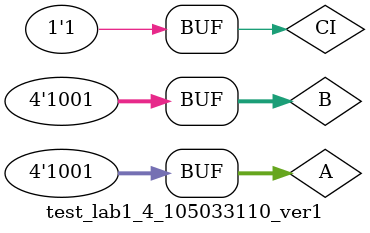
<source format=v>
`timescale 1ns / 1ps


module test_lab1_4_105033110_ver1();
parameter t=5;
wire [3:0] S;
wire CO;
reg [3:0] A, B;
reg CI;

lab1_4_105033110_ver1 U0(.a(A), .b(B), .ci(CI), .s(S), .co(CO));

initial
begin
A=0;B=0;CI=0;
#t B=1; #t B=2; #t B=3; #t B=4; #t B=5; #t B=6; #t B=7; #t B=8; #t B=9;

#t A=1;
B=1; #t B=2; #t B=3; #t B=4; #t B=5; #t B=6; #t B=7; #t B=8; #t B=9;

#t A=2;
B=1; #t B=2; #t B=3; #t B=4; #t B=5; #t B=6; #t B=7; #t B=8; #t B=9;

#t A=3;
B=1; #t B=2; #t B=3; #t B=4; #t B=5; #t B=6; #t B=7; #t B=8; #t B=9;

#t A=4;
B=1; #t B=2; #t B=3; #t B=4; #t B=5; #t B=6; #t B=7; #t B=8; #t B=9;

#t A=5;
B=1; #t B=2; #t B=3; #t B=4; #t B=5; #t B=6; #t B=7; #t B=8; #t B=9;

#t A=6;
B=1; #t B=2; #t B=3; #t B=4; #t B=5; #t B=6; #t B=7; #t B=8; #t B=9;

#t A=7;
B=1; #t B=2; #t B=3; #t B=4; #t B=5; #t B=6; #t B=7; #t B=8; #t B=9;

#t A=8;
B=1; #t B=2; #t B=3; #t B=4; #t B=5; #t B=6; #t B=7; #t B=8; #t B=9;

#t A=9;
B=1; #t B=2; #t B=3; #t B=4; #t B=5; #t B=6; #t B=7; #t B=8; #t B=9;

//CI  = 1;
A=0;B=0;CI=1;
#t B=1; #t B=2; #t B=3; #t B=4; #t B=5; #t B=6; #t B=7; #t B=8; #t B=9;

#t A=1;
B=1; #t B=2; #t B=3; #t B=4; #t B=5; #t B=6; #t B=7; #t B=8; #t B=9;

#t A=2;
B=1; #t B=2; #t B=3; #t B=4; #t B=5; #t B=6; #t B=7; #t B=8; #t B=9;

#t A=3;
B=1; #t B=2; #t B=3; #t B=4; #t B=5; #t B=6; #t B=7; #t B=8; #t B=9;

#t A=4;
B=1; #t B=2; #t B=3; #t B=4; #t B=5; #t B=6; #t B=7; #t B=8; #t B=9;

#t A=5;
B=1; #t B=2; #t B=3; #t B=4; #t B=5; #t B=6; #t B=7; #t B=8; #t B=9;

#t A=6;
B=1; #t B=2; #t B=3; #t B=4; #t B=5; #t B=6; #t B=7; #t B=8; #t B=9;

#t A=7;
B=1; #t B=2; #t B=3; #t B=4; #t B=5; #t B=6; #t B=7; #t B=8; #t B=9;

#t A=8;
B=1; #t B=2; #t B=3; #t B=4; #t B=5; #t B=6; #t B=7; #t B=8; #t B=9;

#t A=9;
B=1; #t B=2; #t B=3; #t B=4; #t B=5; #t B=6; #t B=7; #t B=8; #t B=9;

end

endmodule

</source>
